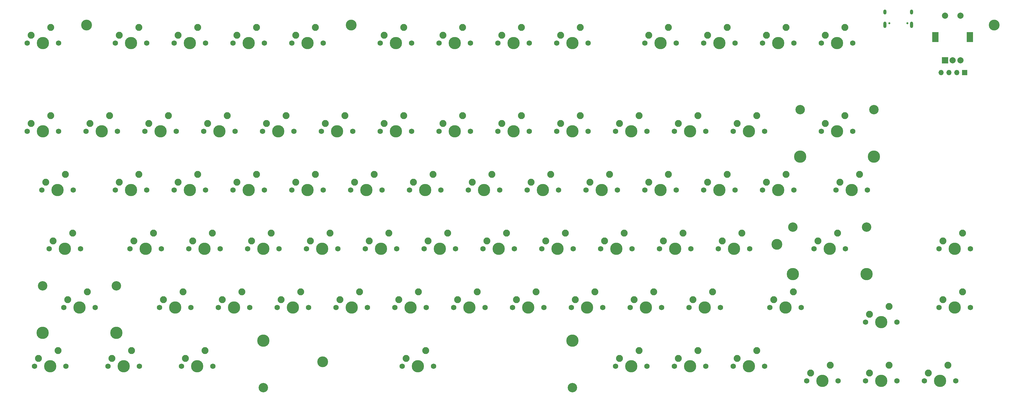
<source format=gts>
G04 #@! TF.GenerationSoftware,KiCad,Pcbnew,(5.1.9)-1*
G04 #@! TF.CreationDate,2021-06-04T19:47:10-04:00*
G04 #@! TF.ProjectId,version1,76657273-696f-46e3-912e-6b696361645f,rev?*
G04 #@! TF.SameCoordinates,Original*
G04 #@! TF.FileFunction,Soldermask,Top*
G04 #@! TF.FilePolarity,Negative*
%FSLAX46Y46*%
G04 Gerber Fmt 4.6, Leading zero omitted, Abs format (unit mm)*
G04 Created by KiCad (PCBNEW (5.1.9)-1) date 2021-06-04 19:47:10*
%MOMM*%
%LPD*%
G01*
G04 APERTURE LIST*
%ADD10R,2.000000X2.000000*%
%ADD11C,2.000000*%
%ADD12R,2.000000X3.200000*%
%ADD13C,1.750000*%
%ADD14C,2.250000*%
%ADD15C,3.987800*%
%ADD16C,3.048000*%
%ADD17C,3.500000*%
%ADD18C,0.650000*%
%ADD19O,1.000000X2.100000*%
%ADD20O,1.000000X1.600000*%
%ADD21O,1.700000X1.700000*%
%ADD22R,1.700000X1.700000*%
G04 APERTURE END LIST*
D10*
X381793750Y-95250000D03*
D11*
X384293750Y-95250000D03*
X386793750Y-95250000D03*
D12*
X378693750Y-87750000D03*
X389893750Y-87750000D03*
D11*
X381793750Y-80750000D03*
X386793750Y-80750000D03*
D13*
X356711250Y-137318750D03*
X346551250Y-137318750D03*
D14*
X347821250Y-134778750D03*
D15*
X351631250Y-137318750D03*
D14*
X354171250Y-132238750D03*
D13*
X99536250Y-137318750D03*
X89376250Y-137318750D03*
D14*
X90646250Y-134778750D03*
D15*
X94456250Y-137318750D03*
D14*
X96996250Y-132238750D03*
D15*
X334930750Y-126523750D03*
X358806750Y-126523750D03*
D16*
X334930750Y-111283750D03*
X358806750Y-111283750D03*
D13*
X351948750Y-118268750D03*
X341788750Y-118268750D03*
D14*
X343058750Y-115728750D03*
D15*
X346868750Y-118268750D03*
D14*
X349408750Y-113188750D03*
D15*
X161137600Y-186213750D03*
X261137400Y-186213750D03*
D16*
X161137600Y-201453750D03*
X261137400Y-201453750D03*
D13*
X216217500Y-194468750D03*
X206057500Y-194468750D03*
D14*
X207327500Y-191928750D03*
D15*
X211137500Y-194468750D03*
D14*
X213677500Y-189388750D03*
D15*
X332549500Y-164623750D03*
X356425500Y-164623750D03*
D16*
X332549500Y-149383750D03*
X356425500Y-149383750D03*
D13*
X349567500Y-156368750D03*
X339407500Y-156368750D03*
D14*
X340677500Y-153828750D03*
D15*
X344487500Y-156368750D03*
D14*
X347027500Y-151288750D03*
D15*
X89662000Y-183673750D03*
X113538000Y-183673750D03*
D16*
X89662000Y-168433750D03*
X113538000Y-168433750D03*
D13*
X106680000Y-175418750D03*
X96520000Y-175418750D03*
D14*
X97790000Y-172878750D03*
D15*
X101600000Y-175418750D03*
D14*
X104140000Y-170338750D03*
D13*
X101917500Y-156368750D03*
X91757500Y-156368750D03*
D14*
X93027500Y-153828750D03*
D15*
X96837500Y-156368750D03*
D14*
X99377500Y-151288750D03*
D13*
X335280000Y-175418750D03*
X325120000Y-175418750D03*
D14*
X326390000Y-172878750D03*
D15*
X330200000Y-175418750D03*
D14*
X332740000Y-170338750D03*
D13*
X97155000Y-194468750D03*
X86995000Y-194468750D03*
D14*
X88265000Y-191928750D03*
D15*
X92075000Y-194468750D03*
D14*
X94615000Y-189388750D03*
D13*
X120967500Y-194468750D03*
X110807500Y-194468750D03*
D14*
X112077500Y-191928750D03*
D15*
X115887500Y-194468750D03*
D14*
X118427500Y-189388750D03*
D13*
X144780000Y-194468750D03*
X134620000Y-194468750D03*
D14*
X135890000Y-191928750D03*
D15*
X139700000Y-194468750D03*
D14*
X142240000Y-189388750D03*
D13*
X123348750Y-89693750D03*
X113188750Y-89693750D03*
D14*
X114458750Y-87153750D03*
D15*
X118268750Y-89693750D03*
D14*
X120808750Y-84613750D03*
D13*
X142398750Y-89693750D03*
X132238750Y-89693750D03*
D14*
X133508750Y-87153750D03*
D15*
X137318750Y-89693750D03*
D14*
X139858750Y-84613750D03*
D13*
X161448750Y-89693750D03*
X151288750Y-89693750D03*
D14*
X152558750Y-87153750D03*
D15*
X156368750Y-89693750D03*
D14*
X158908750Y-84613750D03*
D13*
X180498750Y-89693750D03*
X170338750Y-89693750D03*
D14*
X171608750Y-87153750D03*
D15*
X175418750Y-89693750D03*
D14*
X177958750Y-84613750D03*
D13*
X209073750Y-89693750D03*
X198913750Y-89693750D03*
D14*
X200183750Y-87153750D03*
D15*
X203993750Y-89693750D03*
D14*
X206533750Y-84613750D03*
D13*
X228123750Y-89693750D03*
X217963750Y-89693750D03*
D14*
X219233750Y-87153750D03*
D15*
X223043750Y-89693750D03*
D14*
X225583750Y-84613750D03*
D13*
X247173750Y-89693750D03*
X237013750Y-89693750D03*
D14*
X238283750Y-87153750D03*
D15*
X242093750Y-89693750D03*
D14*
X244633750Y-84613750D03*
D13*
X266223750Y-89693750D03*
X256063750Y-89693750D03*
D14*
X257333750Y-87153750D03*
D15*
X261143750Y-89693750D03*
D14*
X263683750Y-84613750D03*
D13*
X294798750Y-89693750D03*
X284638750Y-89693750D03*
D14*
X285908750Y-87153750D03*
D15*
X289718750Y-89693750D03*
D14*
X292258750Y-84613750D03*
D13*
X313848750Y-89693750D03*
X303688750Y-89693750D03*
D14*
X304958750Y-87153750D03*
D15*
X308768750Y-89693750D03*
D14*
X311308750Y-84613750D03*
D13*
X332898750Y-89693750D03*
X322738750Y-89693750D03*
D14*
X324008750Y-87153750D03*
D15*
X327818750Y-89693750D03*
D14*
X330358750Y-84613750D03*
D13*
X351948750Y-89693750D03*
X341788750Y-89693750D03*
D14*
X343058750Y-87153750D03*
D15*
X346868750Y-89693750D03*
D14*
X349408750Y-84613750D03*
D13*
X94773750Y-118268750D03*
X84613750Y-118268750D03*
D14*
X85883750Y-115728750D03*
D15*
X89693750Y-118268750D03*
D14*
X92233750Y-113188750D03*
D13*
X113823750Y-118268750D03*
X103663750Y-118268750D03*
D14*
X104933750Y-115728750D03*
D15*
X108743750Y-118268750D03*
D14*
X111283750Y-113188750D03*
D13*
X132873750Y-118268750D03*
X122713750Y-118268750D03*
D14*
X123983750Y-115728750D03*
D15*
X127793750Y-118268750D03*
D14*
X130333750Y-113188750D03*
D13*
X151923750Y-118268750D03*
X141763750Y-118268750D03*
D14*
X143033750Y-115728750D03*
D15*
X146843750Y-118268750D03*
D14*
X149383750Y-113188750D03*
D13*
X170973750Y-118268750D03*
X160813750Y-118268750D03*
D14*
X162083750Y-115728750D03*
D15*
X165893750Y-118268750D03*
D14*
X168433750Y-113188750D03*
D13*
X190023750Y-118268750D03*
X179863750Y-118268750D03*
D14*
X181133750Y-115728750D03*
D15*
X184943750Y-118268750D03*
D14*
X187483750Y-113188750D03*
D13*
X209073750Y-118268750D03*
X198913750Y-118268750D03*
D14*
X200183750Y-115728750D03*
D15*
X203993750Y-118268750D03*
D14*
X206533750Y-113188750D03*
D13*
X228123750Y-118268750D03*
X217963750Y-118268750D03*
D14*
X219233750Y-115728750D03*
D15*
X223043750Y-118268750D03*
D14*
X225583750Y-113188750D03*
D13*
X247173750Y-118268750D03*
X237013750Y-118268750D03*
D14*
X238283750Y-115728750D03*
D15*
X242093750Y-118268750D03*
D14*
X244633750Y-113188750D03*
D13*
X266223750Y-118268750D03*
X256063750Y-118268750D03*
D14*
X257333750Y-115728750D03*
D15*
X261143750Y-118268750D03*
D14*
X263683750Y-113188750D03*
D13*
X285273750Y-118268750D03*
X275113750Y-118268750D03*
D14*
X276383750Y-115728750D03*
D15*
X280193750Y-118268750D03*
D14*
X282733750Y-113188750D03*
D13*
X304323750Y-118268750D03*
X294163750Y-118268750D03*
D14*
X295433750Y-115728750D03*
D15*
X299243750Y-118268750D03*
D14*
X301783750Y-113188750D03*
D13*
X323373750Y-118268750D03*
X313213750Y-118268750D03*
D14*
X314483750Y-115728750D03*
D15*
X318293750Y-118268750D03*
D14*
X320833750Y-113188750D03*
D13*
X123348750Y-137318750D03*
X113188750Y-137318750D03*
D14*
X114458750Y-134778750D03*
D15*
X118268750Y-137318750D03*
D14*
X120808750Y-132238750D03*
D13*
X142398750Y-137318750D03*
X132238750Y-137318750D03*
D14*
X133508750Y-134778750D03*
D15*
X137318750Y-137318750D03*
D14*
X139858750Y-132238750D03*
D13*
X180498750Y-137318750D03*
X170338750Y-137318750D03*
D14*
X171608750Y-134778750D03*
D15*
X175418750Y-137318750D03*
D14*
X177958750Y-132238750D03*
D13*
X199548750Y-137318750D03*
X189388750Y-137318750D03*
D14*
X190658750Y-134778750D03*
D15*
X194468750Y-137318750D03*
D14*
X197008750Y-132238750D03*
D13*
X218598750Y-137318750D03*
X208438750Y-137318750D03*
D14*
X209708750Y-134778750D03*
D15*
X213518750Y-137318750D03*
D14*
X216058750Y-132238750D03*
D13*
X237648750Y-137318750D03*
X227488750Y-137318750D03*
D14*
X228758750Y-134778750D03*
D15*
X232568750Y-137318750D03*
D14*
X235108750Y-132238750D03*
D13*
X256698750Y-137318750D03*
X246538750Y-137318750D03*
D14*
X247808750Y-134778750D03*
D15*
X251618750Y-137318750D03*
D14*
X254158750Y-132238750D03*
D13*
X275748750Y-137318750D03*
X265588750Y-137318750D03*
D14*
X266858750Y-134778750D03*
D15*
X270668750Y-137318750D03*
D14*
X273208750Y-132238750D03*
D13*
X313848750Y-137318750D03*
X303688750Y-137318750D03*
D14*
X304958750Y-134778750D03*
D15*
X308768750Y-137318750D03*
D14*
X311308750Y-132238750D03*
D13*
X332898750Y-137318750D03*
X322738750Y-137318750D03*
D14*
X324008750Y-134778750D03*
D15*
X327818750Y-137318750D03*
D14*
X330358750Y-132238750D03*
D13*
X128111250Y-156368750D03*
X117951250Y-156368750D03*
D14*
X119221250Y-153828750D03*
D15*
X123031250Y-156368750D03*
D14*
X125571250Y-151288750D03*
D13*
X147161250Y-156368750D03*
X137001250Y-156368750D03*
D14*
X138271250Y-153828750D03*
D15*
X142081250Y-156368750D03*
D14*
X144621250Y-151288750D03*
D13*
X166211250Y-156368750D03*
X156051250Y-156368750D03*
D14*
X157321250Y-153828750D03*
D15*
X161131250Y-156368750D03*
D14*
X163671250Y-151288750D03*
D13*
X185261250Y-156368750D03*
X175101250Y-156368750D03*
D14*
X176371250Y-153828750D03*
D15*
X180181250Y-156368750D03*
D14*
X182721250Y-151288750D03*
D13*
X242411250Y-156368750D03*
X232251250Y-156368750D03*
D14*
X233521250Y-153828750D03*
D15*
X237331250Y-156368750D03*
D14*
X239871250Y-151288750D03*
D13*
X261461250Y-156368750D03*
X251301250Y-156368750D03*
D14*
X252571250Y-153828750D03*
D15*
X256381250Y-156368750D03*
D14*
X258921250Y-151288750D03*
D13*
X280511250Y-156368750D03*
X270351250Y-156368750D03*
D14*
X271621250Y-153828750D03*
D15*
X275431250Y-156368750D03*
D14*
X277971250Y-151288750D03*
D13*
X299561250Y-156368750D03*
X289401250Y-156368750D03*
D14*
X290671250Y-153828750D03*
D15*
X294481250Y-156368750D03*
D14*
X297021250Y-151288750D03*
D13*
X318611250Y-156368750D03*
X308451250Y-156368750D03*
D14*
X309721250Y-153828750D03*
D15*
X313531250Y-156368750D03*
D14*
X316071250Y-151288750D03*
D13*
X390048750Y-156368750D03*
X379888750Y-156368750D03*
D14*
X381158750Y-153828750D03*
D15*
X384968750Y-156368750D03*
D14*
X387508750Y-151288750D03*
D13*
X156686250Y-175418750D03*
X146526250Y-175418750D03*
D14*
X147796250Y-172878750D03*
D15*
X151606250Y-175418750D03*
D14*
X154146250Y-170338750D03*
D13*
X175736250Y-175418750D03*
X165576250Y-175418750D03*
D14*
X166846250Y-172878750D03*
D15*
X170656250Y-175418750D03*
D14*
X173196250Y-170338750D03*
D13*
X194786250Y-175418750D03*
X184626250Y-175418750D03*
D14*
X185896250Y-172878750D03*
D15*
X189706250Y-175418750D03*
D14*
X192246250Y-170338750D03*
D13*
X213836250Y-175418750D03*
X203676250Y-175418750D03*
D14*
X204946250Y-172878750D03*
D15*
X208756250Y-175418750D03*
D14*
X211296250Y-170338750D03*
D13*
X232886250Y-175418750D03*
X222726250Y-175418750D03*
D14*
X223996250Y-172878750D03*
D15*
X227806250Y-175418750D03*
D14*
X230346250Y-170338750D03*
D13*
X251936250Y-175418750D03*
X241776250Y-175418750D03*
D14*
X243046250Y-172878750D03*
D15*
X246856250Y-175418750D03*
D14*
X249396250Y-170338750D03*
D13*
X270986250Y-175418750D03*
X260826250Y-175418750D03*
D14*
X262096250Y-172878750D03*
D15*
X265906250Y-175418750D03*
D14*
X268446250Y-170338750D03*
D13*
X290036250Y-175418750D03*
X279876250Y-175418750D03*
D14*
X281146250Y-172878750D03*
D15*
X284956250Y-175418750D03*
D14*
X287496250Y-170338750D03*
D13*
X309086250Y-175418750D03*
X298926250Y-175418750D03*
D14*
X300196250Y-172878750D03*
D15*
X304006250Y-175418750D03*
D14*
X306546250Y-170338750D03*
D13*
X390048750Y-175418750D03*
X379888750Y-175418750D03*
D14*
X381158750Y-172878750D03*
D15*
X384968750Y-175418750D03*
D14*
X387508750Y-170338750D03*
D13*
X304323750Y-194468750D03*
X294163750Y-194468750D03*
D14*
X295433750Y-191928750D03*
D15*
X299243750Y-194468750D03*
D14*
X301783750Y-189388750D03*
D13*
X323373750Y-194468750D03*
X313213750Y-194468750D03*
D14*
X314483750Y-191928750D03*
D15*
X318293750Y-194468750D03*
D14*
X320833750Y-189388750D03*
D13*
X366236250Y-199231250D03*
X356076250Y-199231250D03*
D14*
X357346250Y-196691250D03*
D15*
X361156250Y-199231250D03*
D14*
X363696250Y-194151250D03*
D13*
X223361250Y-156368750D03*
X213201250Y-156368750D03*
D14*
X214471250Y-153828750D03*
D15*
X218281250Y-156368750D03*
D14*
X220821250Y-151288750D03*
D13*
X137636250Y-175418750D03*
X127476250Y-175418750D03*
D14*
X128746250Y-172878750D03*
D15*
X132556250Y-175418750D03*
D14*
X135096250Y-170338750D03*
D13*
X285273750Y-194468750D03*
X275113750Y-194468750D03*
D14*
X276383750Y-191928750D03*
D15*
X280193750Y-194468750D03*
D14*
X282733750Y-189388750D03*
D13*
X347186250Y-199231250D03*
X337026250Y-199231250D03*
D14*
X338296250Y-196691250D03*
D15*
X342106250Y-199231250D03*
D14*
X344646250Y-194151250D03*
D13*
X385286250Y-199231250D03*
X375126250Y-199231250D03*
D14*
X376396250Y-196691250D03*
D15*
X380206250Y-199231250D03*
D14*
X382746250Y-194151250D03*
D13*
X204311250Y-156368750D03*
X194151250Y-156368750D03*
D14*
X195421250Y-153828750D03*
D15*
X199231250Y-156368750D03*
D14*
X201771250Y-151288750D03*
D13*
X161448750Y-137318750D03*
X151288750Y-137318750D03*
D14*
X152558750Y-134778750D03*
D15*
X156368750Y-137318750D03*
D14*
X158908750Y-132238750D03*
D13*
X294798750Y-137318750D03*
X284638750Y-137318750D03*
D14*
X285908750Y-134778750D03*
D15*
X289718750Y-137318750D03*
D14*
X292258750Y-132238750D03*
D13*
X366236250Y-180181250D03*
X356076250Y-180181250D03*
D14*
X357346250Y-177641250D03*
D15*
X361156250Y-180181250D03*
D14*
X363696250Y-175101250D03*
D13*
X94773750Y-89693750D03*
X84613750Y-89693750D03*
D14*
X85883750Y-87153750D03*
D15*
X89693750Y-89693750D03*
D14*
X92233750Y-84613750D03*
D17*
X397764000Y-83820000D03*
D18*
X369602500Y-83243750D03*
X363822500Y-83243750D03*
D19*
X362392500Y-83773750D03*
X371032500Y-83773750D03*
D20*
X362392500Y-79593750D03*
X371032500Y-79593750D03*
D21*
X380523750Y-99218750D03*
X383063750Y-99218750D03*
X385603750Y-99218750D03*
D22*
X388143750Y-99218750D03*
D17*
X103886000Y-83820000D03*
X189534800Y-83820000D03*
X327406000Y-154940000D03*
X180340000Y-193040000D03*
M02*

</source>
